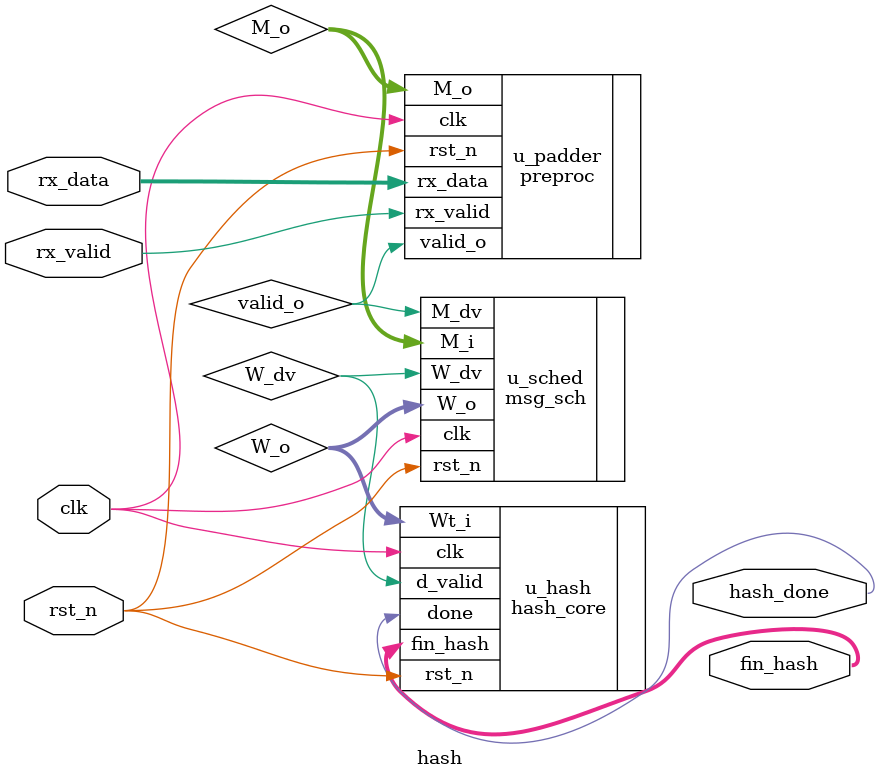
<source format=sv>


`timescale 1ns / 1ps
module hash (
    input  logic        clk,
    input  logic        rst_n,

 // UART-like interface
    input  logic       rx_valid,        // new byte is available
    input  logic [7:0] rx_data,   

    // Final output
    output logic        hash_done,
    output logic [255:0] fin_hash
);

    // ------------------------------------------------------------
    // Internal signals
    // ------------------------------------------------------------

   // Preprocessor outputs
    logic        valid_o;      // Valid signal from preproc to msg_sch
    logic [31:0] M_o;          // 32-bit word from preproc to msg_sch
    
    // Message scheduler outputs  
    logic        W_dv;         // Valid signal from msg_sch to hash_core
    logic [31:0] W_o;          // 32-bit W word from msg_sch to hash_core
    
    // ------------------------------------------------------------
    // Padder & Parser
    // ------------------------------------------------------------
    preproc u_padder (
        .clk            (clk),
        .rst_n          (rst_n),
        .rx_valid     (rx_valid),
        .rx_data        (rx_data),
        .valid_o        (valid_o),
        .M_o            (M_o)
    );

    // ------------------------------------------------------------
    // Message Scheduler
    // ------------------------------------------------------------
    msg_sch u_sched (
        .clk        (clk),
        .rst_n      (rst_n),
        .M_dv       (valid_o),
        .M_i        (M_o),
        .W_o        (W_o),
        .W_dv       (W_dv)
    );

    // ------------------------------------------------------------
    // Hash Core (Compression Function)
    // ------------------------------------------------------------
    hash_core u_hash (
        .clk            (clk),
        .rst_n          (rst_n),
        .d_valid        (W_dv),
        .Wt_i           (W_o),
        .fin_hash       (fin_hash),
        .done           (hash_done)
    );
endmodule
</source>
